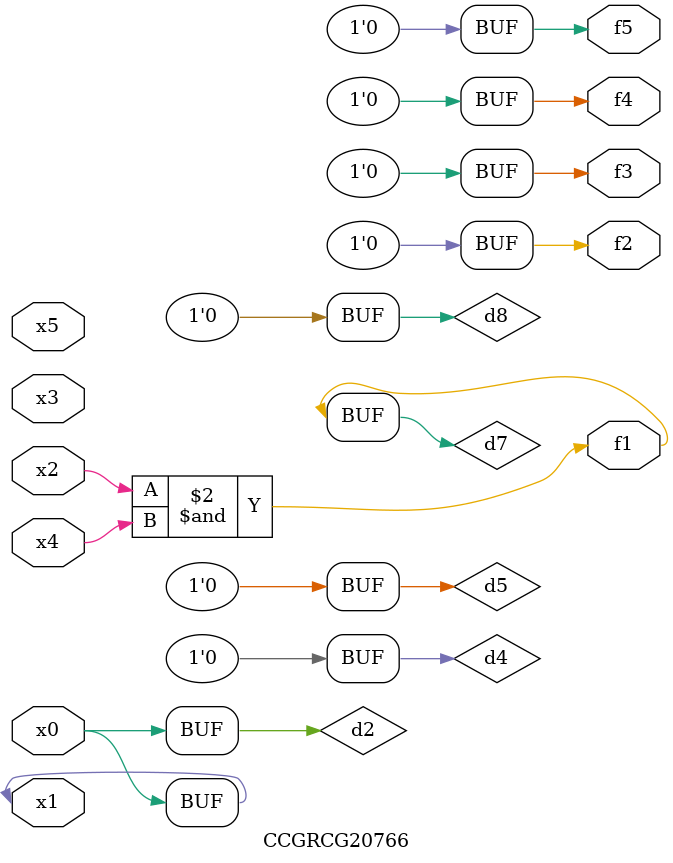
<source format=v>
module CCGRCG20766(
	input x0, x1, x2, x3, x4, x5,
	output f1, f2, f3, f4, f5
);

	wire d1, d2, d3, d4, d5, d6, d7, d8, d9;

	nand (d1, x1);
	buf (d2, x0, x1);
	nand (d3, x2, x4);
	and (d4, d1, d2);
	and (d5, d1, d2);
	nand (d6, d1, d3);
	not (d7, d3);
	xor (d8, d5);
	nor (d9, d5, d6);
	assign f1 = d7;
	assign f2 = d8;
	assign f3 = d8;
	assign f4 = d8;
	assign f5 = d8;
endmodule

</source>
